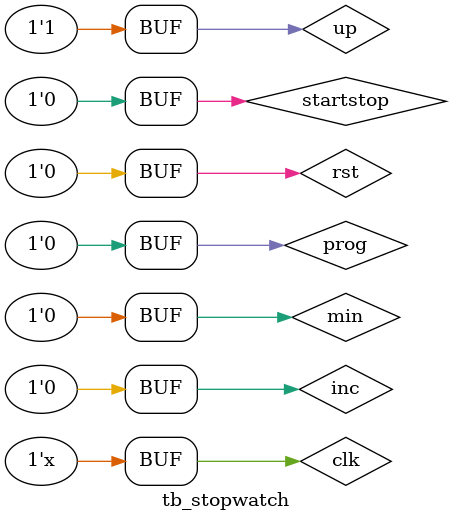
<source format=v>
`timescale 1ns / 1ps

module tb_stopwatch(

    );

// This testbench module contains multiple testbench configurations that thoroughly test the stopwatch's functionality
// Each one is preceded by comments explaining what it does
// Only one configuration should be active at any given time with the others being commented out before running sim
// All testbenches use the same 100MHz ck frequency/10ns period as the NEXYS A7 100t FPGA board's built-in clock


// STOPWATCH MODULE I/0:
    //    input s,                    // START/STOP signal for the stopwatch 
    //    input p,                    // PROGRAM: if 0, the stopwatch runs; if 1, the stopwatch enters programming mode
    //    input clk,
    //    input u,                    // UP: if 1, the stopwatch counts up; if 0, the stopwatch counts down
    //    input rst,                  // RESET: resets the time during stopwatch operation
    //    input inc,                  // INCREMENT: used in the programming mode to increase the maxtime
    //    input min,                  // MINUTE: used in the programming mode
    //    output reg [22:0] t_out,    // TIME (in milliseconds): this is the main output of the module
    //    output zero                 // if the countdown mode is active and the time runs out, this signal goes to sound module to tell it to beep

// Signal declarations

reg startstop;
reg prog;
reg clk;
reg up;
reg inc;
reg rst;
reg min;
wire [38:0] t_out;
wire zero;

// Instantiate module

stopwatch stopwatch_UUT(.s(startstop), .p(prog), .clk(clk), .u(up), .rst(rst), .inc(inc), .min(min), .t(t_out), .zero(zero));

// Generate signals

// CONFIGURATION ONE
// This configuration tests the count up functionality on the stopwatch
// The program signal is hard-coded at zero for the duration of the simulation (as there is no need to program the stopwatch for it to count up)
// The up signal is hard-coded at one for the duration of the simulation, as this testbench does not leave the count-up mode
// This testbench runs through the states in count-up, moving the machine from the starting state through the count-up cycle to verify outputs

initial begin
    clk = 0;
    prog = 0;
    up = 1; 
    inc = 0;
    min = 0;
    startstop = 0; rst = 0; #100;
    startstop = 1; rst = 0; #15;
    startstop = 0; rst = 0; // #195;
//    startstop = 1; rst = 0; #15;
//    startstop = 0; rst = 0; #50;
//    startstop = 0; rst = 1; #18;
//    startstop = 0; rst = 0; #100;
//    startstop = 1; rst = 0; #20;
//    startstop = 0; rst = 0; #150;
//    startstop = 0; rst = 1; #18;
//    startstop = 0; rst = 0;
end

always begin
#10 clk = ~clk;
end


// CONFIGURATION TWO
// This configuration tests the hard-coded count-down functionality on the stopwatch
// Up signal hard-coded at zero
// Program signal hard-coded at zero to push the stopwatch to the HCT mode

//initial begin
//    clk = 0;
//    prog = 0;
//    up = 0; 
//    inc = 0;
//    min = 0;
//    startstop = 0; rst = 0; #100;
//    startstop = 1; rst = 0; #15;
//    startstop = 0; rst = 0; #195;
//    startstop = 1; rst = 0; #15;
//    startstop = 0; rst = 0; #50;
//    startstop = 0; rst = 1; #18;
//    startstop = 0; rst = 0; #100;
//    startstop = 1; rst = 0; #20;
//    startstop = 0; rst = 0; #150;
//    startstop = 0; rst = 1; #18;
//    startstop = 0; rst = 0;
//end

//always begin
//#10 clk = ~clk;
//end

// CONFIGURATION THREE
// This configuration tests the program mode on the stopwatch
// The program signal is hard-coded at 1
// The signals here can easily be altered to test responses to various incrementing behaviors (seconds, minutes, resets, etc.)
// This mode appears to be working correctly

//initial begin
//    clk = 0;
//    prog = 0;
//    up = 0; 
//    inc = 0;
//    min = 1;
//    startstop = 0; rst = 0; #16;
//    startstop = 1; rst = 0; #15;
//    startstop = 0; rst = 0; #200;
//    startstop = 1; rst = 0; #15;
//    startstop = 0; rst = 0; prog = 1;
//    inc = 1; #16;
//    inc = 0; #12;
////    inc = 1; #12;
////    inc = 0; #12;
//    inc = 1; #16;
////    inc = 0; #12;
////    inc = 1; #12;

//    min = 0;
//    inc = 0; #12;
//    inc = 1; #12;
//    inc = 0; #12;
//    inc = 1; #12;
//    inc = 0; #12;
//    inc = 1; #12;
//    inc = 0; #12;
//    inc = 1; #12;
//    inc = 0; #12;
//    inc = 1; #12;
//    inc = 0; #12;
//    inc = 1; #12;
//    inc = 0;
//    prog = 0;
//    rst = 1; #15
//    rst = 0; #100
//    startstop = 1; rst = 0; #17
//    startstop = 0;
//end

//always begin
//#10 clk = ~clk;
//end

// CONFIGURATION FOUR
// This mode tests transitions between states, with a particular focus on ensuring seamless transitions into and out of program mode

//initial begin
//    clk = 0;
//    prog = 0;
//    up = 0; 
//    inc = 0;
//    min = 0;
//    startstop = 0; rst = 0; #16;
//    startstop = 1; rst = 0; #15;
//    startstop = 0; rst = 0; #50;
//    startstop = 1; rst = 0; #15;
//    startstop = 0; rst = 0; #120;
//    prog = 1;
//    inc = 1; #16;
//    inc = 0; #12;
////    inc = 1; #12;
////    inc = 0; #12;
//    inc = 1; #16;
////    inc = 0; #12;
////    inc = 1; #12;

//    min = 0;
//    inc = 0; #12;
//    inc = 1; #12;
//    inc = 0; #12;
//    inc = 1; #12;
//    inc = 0; #12;
//    inc = 1; #12;
//    inc = 0; #12;
//    inc = 1; #12;
//    inc = 0; #12;
//    inc = 1; #12;
//    inc = 0; #12;
//    inc = 1; #12;
//    inc = 0;
//    prog = 0;
//    rst = 1; #15
//    rst = 0; #100
//    startstop = 1; rst = 0; #17
//    startstop = 0;
//end

//always begin
//#10 clk = ~clk;
//end




endmodule

</source>
